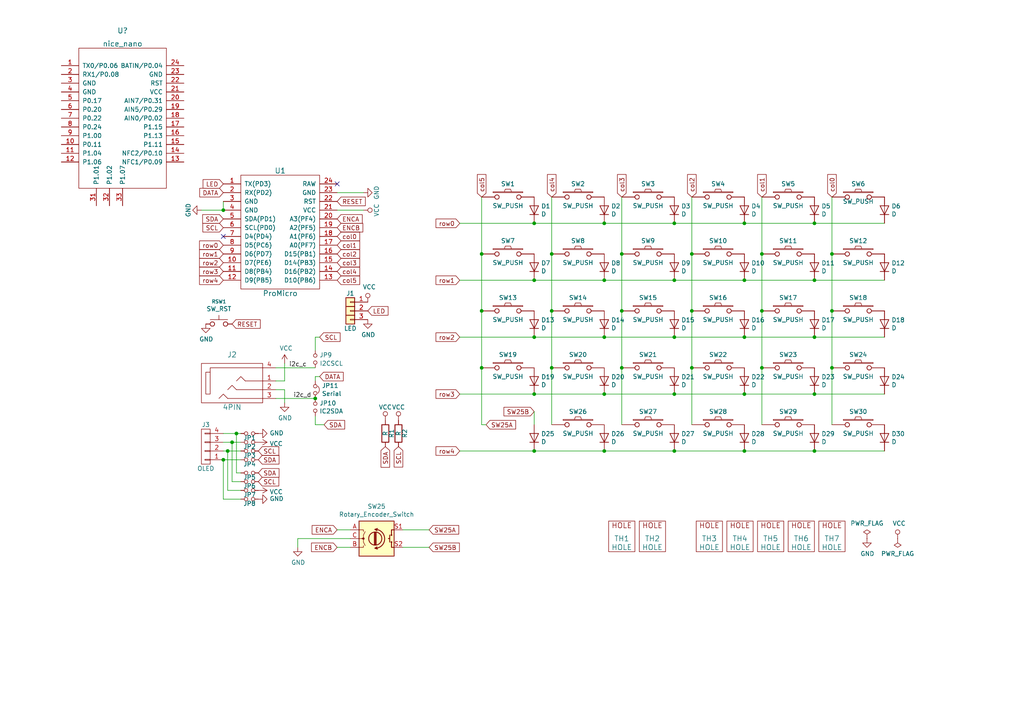
<source format=kicad_sch>
(kicad_sch (version 20211123) (generator eeschema)
  (paper "A4")
  (lib_symbols
    (symbol "SofleKeyboard-rescue:D-Lily58-cache-Lily58_Pro-rescue" (pin_numbers hide) (pin_names (offset 1.016) hide)
      (property "Reference" "D" (at 0 2.54 0))
      (property "Value" "D-Lily58-cache-Lily58_Pro-rescue" (at 0 -2.54 0))
      (symbol "D-Lily58-cache-Lily58_Pro-rescue_1_1"
        (pin passive line (at -3.81 0 0) (length 2.54) (name "K") (number "1"))
        (pin passive line (at 3.81 0 180) (length 2.54) (name "A") (number "2"))
      )
    )
    (symbol "SofleKeyboard-rescue:GND-Lily58-cache-Lily58_Pro-rescue" (power) (pin_names (offset 0))
      (property "Value" "GND-Lily58-cache-Lily58_Pro-rescue" (at 0 -3.81 0))
      (symbol "GND-Lily58-cache-Lily58_Pro-rescue_1_1"
        (pin power_in line (at 0 0 0) (length 0) hide (name "GND") (number "1"))
      )
    )
    (symbol "SofleKeyboard-rescue:HOLE-Lily58-cache-Lily58_Pro-rescue" (pin_names (offset 1.016))
      (property "Reference" "U" (at 0 0 0))
      (property "Value" "HOLE-Lily58-cache-Lily58_Pro-rescue" (at 0 -5.08 0))
      (symbol "HOLE-Lily58-cache-Lily58_Pro-rescue_0_0"
        (text "HOLE" (at 0 3.81 0) (effects (font (size 1.524 1.524))))
      )
    )
    (symbol "SofleKeyboard-rescue:Jumper_NC_Small-Device" (pin_numbers hide) (pin_names (offset 0.762) hide)
      (property "Reference" "JP" (at 0 2.032 0))
      (property "Value" "Jumper_NC_Small-Device" (at 0.254 -1.524 0))
      (symbol "Jumper_NC_Small-Device_0_1"
        (pin passive line (at -2.54 0 0) (length 1.016) (name "1") (number "1"))
        (pin passive line (at 2.54 0 180) (length 1.016) (name "2") (number "2"))
      )
    )
    (symbol "SofleKeyboard-rescue:Jumper_NO_Small-Device" (pin_numbers hide) (pin_names (offset 0.762) hide)
      (property "Reference" "JP" (at 0 2.032 0))
      (property "Value" "Jumper_NO_Small-Device" (at 0.254 -1.524 0))
      (symbol "Jumper_NO_Small-Device_0_1"
        (pin passive line (at -2.54 0 0) (length 1.016) (name "1") (number "1"))
        (pin passive line (at 2.54 0 180) (length 1.016) (name "2") (number "2"))
      )
    )
    (symbol "SofleKeyboard-rescue:LED-Lily58-cache-Lily58_Pro-rescue" (pin_names (offset 1.016) hide)
      (property "Reference" "J" (at 0 5.08 0))
      (property "Value" "LED-Lily58-cache-Lily58_Pro-rescue" (at 0 -5.08 0))
      (symbol "LED-Lily58-cache-Lily58_Pro-rescue_1_1"
        (pin passive line (at 5.08 2.54 180) (length 3.81) (name "Pin_1") (number "1"))
        (pin passive line (at 5.08 0 180) (length 3.81) (name "Pin_2") (number "2"))
        (pin passive line (at 5.08 -2.54 180) (length 3.81) (name "Pin_3") (number "3"))
      )
    )
    (symbol "SofleKeyboard-rescue:MJ-4PP-9-Lily58-cache-Lily58_Pro-rescue" (pin_names (offset 1.016))
      (property "Reference" "J" (at -8.89 -7.62 0))
      (property "Value" "MJ-4PP-9-Lily58-cache-Lily58_Pro-rescue" (at -3.81 6.35 0))
      (symbol "MJ-4PP-9-Lily58-cache-Lily58_Pro-rescue_1_1"
        (pin passive line (at 11.43 0 180) (length 3.81) (name "~") (number "1"))
        (pin passive line (at 11.43 -2.54 180) (length 3.81) (name "~") (number "2"))
        (pin passive line (at 11.43 -5.08 180) (length 3.81) (name "~") (number "3"))
        (pin passive line (at 11.43 3.81 180) (length 3.81) (name "~") (number "4"))
      )
    )
    (symbol "SofleKeyboard-rescue:OLED-Lily58-cache-Lily58_Pro-rescue" (pin_names (offset 1.016) hide)
      (property "Reference" "J" (at 0 6.35 0))
      (property "Value" "OLED-Lily58-cache-Lily58_Pro-rescue" (at 2.54 0 90))
      (symbol "OLED-Lily58-cache-Lily58_Pro-rescue_1_1"
        (pin passive line (at -5.08 3.81 0) (length 3.81) (name "P1") (number "1"))
        (pin passive line (at -5.08 1.27 0) (length 3.81) (name "P2") (number "2"))
        (pin passive line (at -5.08 -1.27 0) (length 3.81) (name "P3") (number "3"))
        (pin passive line (at -5.08 -3.81 0) (length 3.81) (name "P4") (number "4"))
      )
    )
    (symbol "SofleKeyboard-rescue:PWR_FLAG-Lily58-cache-Lily58_Pro-rescue" (power) (pin_numbers hide) (pin_names (offset 0) hide)
      (property "Value" "PWR_FLAG-Lily58-cache-Lily58_Pro-rescue" (at 0 3.81 0))
      (symbol "PWR_FLAG-Lily58-cache-Lily58_Pro-rescue_0_0"
        (pin power_out line (at 0 0 90) (length 0) (name "pwr") (number "1"))
      )
    )
    (symbol "SofleKeyboard-rescue:ProMicro_2-Lily58-cache-Lily58_Pro-rescue" (pin_names (offset 1.016))
      (property "Reference" "U" (at 0 17.78 0))
      (property "Value" "ProMicro_2-Lily58-cache-Lily58_Pro-rescue" (at 0 -17.78 0))
      (symbol "ProMicro_2-Lily58-cache-Lily58_Pro-rescue_1_1"
        (pin input line (at -16.51 13.97 0) (length 5.08) (name "TX(PD3)") (number "1"))
        (pin input line (at -16.51 -8.89 0) (length 5.08) (name "D7(PE6)") (number "10"))
        (pin input line (at -16.51 -11.43 0) (length 5.08) (name "D8(PB4)") (number "11"))
        (pin input line (at -16.51 -13.97 0) (length 5.08) (name "D9(PB5)") (number "12"))
        (pin input line (at 16.51 -13.97 180) (length 5.08) (name "D10(PB6)") (number "13"))
        (pin input line (at 16.51 -11.43 180) (length 5.08) (name "D16(PB2)") (number "14"))
        (pin input line (at 16.51 -8.89 180) (length 5.08) (name "D14(PB3)") (number "15"))
        (pin input line (at 16.51 -6.35 180) (length 5.08) (name "D15(PB1)") (number "16"))
        (pin input line (at 16.51 -3.81 180) (length 5.08) (name "A0(PF7)") (number "17"))
        (pin input line (at 16.51 -1.27 180) (length 5.08) (name "A1(PF6)") (number "18"))
        (pin input line (at 16.51 1.27 180) (length 5.08) (name "A2(PF5)") (number "19"))
        (pin input line (at -16.51 11.43 0) (length 5.08) (name "RX(PD2)") (number "2"))
        (pin input line (at 16.51 3.81 180) (length 5.08) (name "A3(PF4)") (number "20"))
        (pin input line (at 16.51 6.35 180) (length 5.08) (name "VCC") (number "21"))
        (pin input line (at 16.51 8.89 180) (length 5.08) (name "RST") (number "22"))
        (pin input line (at 16.51 11.43 180) (length 5.08) (name "GND") (number "23"))
        (pin input line (at 16.51 13.97 180) (length 5.08) (name "RAW") (number "24"))
        (pin input line (at -16.51 8.89 0) (length 5.08) (name "GND") (number "3"))
        (pin input line (at -16.51 6.35 0) (length 5.08) (name "GND") (number "4"))
        (pin input line (at -16.51 3.81 0) (length 5.08) (name "SDA(PD1)") (number "5"))
        (pin input line (at -16.51 1.27 0) (length 5.08) (name "SCL(PD0)") (number "6"))
        (pin input line (at -16.51 -1.27 0) (length 5.08) (name "D4(PD4)") (number "7"))
        (pin input line (at -16.51 -3.81 0) (length 5.08) (name "D5(PC6)") (number "8"))
        (pin input line (at -16.51 -6.35 0) (length 5.08) (name "D6(PD7)") (number "9"))
      )
    )
    (symbol "SofleKeyboard-rescue:R-Lily58-cache-Lily58_Pro-rescue" (pin_numbers hide) (pin_names (offset 0))
      (property "Reference" "R" (at 0 0 90))
      (property "Value" "R-Lily58-cache-Lily58_Pro-rescue" (at -2.54 0 90))
      (symbol "R-Lily58-cache-Lily58_Pro-rescue_1_1"
        (pin passive line (at 0 3.81 270) (length 1.27) (name "~") (number "1"))
        (pin passive line (at 0 -3.81 90) (length 1.27) (name "~") (number "2"))
      )
    )
    (symbol "SofleKeyboard-rescue:Rotary_Encoder_Switch-Device" (pin_names (offset 0.254) hide)
      (property "Reference" "SW" (at 0 6.604 0))
      (property "Value" "Rotary_Encoder_Switch-Device" (at 0 -6.604 0))
      (symbol "Rotary_Encoder_Switch-Device_1_1"
        (pin passive line (at -7.62 2.54 0) (length 2.54) (name "A") (number "A"))
        (pin passive line (at -7.62 -2.54 0) (length 2.54) (name "B") (number "B"))
        (pin passive line (at -7.62 0 0) (length 2.54) (name "C") (number "C"))
        (pin passive line (at 7.62 2.54 180) (length 2.54) (name "S1") (number "S1"))
        (pin passive line (at 7.62 -2.54 180) (length 2.54) (name "S2") (number "S2"))
      )
    )
    (symbol "SofleKeyboard-rescue:SW_PUSH-Lily58-cache-Lily58_Pro-rescue" (pin_numbers hide) (pin_names (offset 1.016) hide)
      (property "Reference" "SW" (at 3.81 2.794 0))
      (property "Value" "SW_PUSH-Lily58-cache-Lily58_Pro-rescue" (at 0 -2.032 0))
      (symbol "SW_PUSH-Lily58-cache-Lily58_Pro-rescue_0_1"
        (pin passive inverted (at -7.62 0 0) (length 5.08) (name "1") (number "1"))
        (pin passive inverted (at 7.62 0 180) (length 5.08) (name "2") (number "2"))
      )
    )
    (symbol "SofleKeyboard-rescue:SW_RST-Lily58-cache-Lily58_Pro-rescue" (pin_numbers hide) (pin_names (offset 1.016) hide)
      (property "Reference" "RSW" (at 2.54 2.54 0))
      (property "Value" "SW_RST-Lily58-cache-Lily58_Pro-rescue" (at 0 -2.54 0))
      (symbol "SW_RST-Lily58-cache-Lily58_Pro-rescue_0_1"
        (pin passive inverted (at -3.81 0 0) (length 2.54) (name "1") (number "1"))
        (pin passive inverted (at 3.81 0 180) (length 2.54) (name "2") (number "2"))
      )
    )
    (symbol "SofleKeyboard-rescue:VCC-Lily58-cache-Lily58_Pro-rescue" (power) (pin_names (offset 0))
      (property "Value" "VCC-Lily58-cache-Lily58_Pro-rescue" (at 0 3.81 0))
      (symbol "VCC-Lily58-cache-Lily58_Pro-rescue_1_1"
        (pin power_in line (at 0 0 90) (length 0) hide (name "VCC") (number "1"))
      )
    )
    (symbol "SofleKeyboard:nice_nano" (pin_names (offset 1.016))
      (property "Reference" "U" (at 0 0 0))
      (property "Value" "nice_nano" (at 0 2.54 0))
      (symbol "nice_nano_1_1"
        (pin input line (at -17.78 13.97 0) (length 5.08) (name "TX0/P0.06") (number "1"))
        (pin input line (at -17.78 -8.89 0) (length 5.08) (name "P0.11") (number "10"))
        (pin input line (at -17.78 -11.43 0) (length 5.08) (name "P1.04") (number "11"))
        (pin input line (at -17.78 -13.97 0) (length 5.08) (name "P1.06") (number "12"))
        (pin input line (at 17.78 -13.97 180) (length 5.08) (name "NFC1/P0.09") (number "13"))
        (pin input line (at 17.78 -11.43 180) (length 5.08) (name "NFC2/P0.10") (number "14"))
        (pin input line (at 17.78 -8.89 180) (length 5.08) (name "P1.11") (number "15"))
        (pin input line (at 17.78 -6.35 180) (length 5.08) (name "P1.13") (number "16"))
        (pin input line (at 17.78 -3.81 180) (length 5.08) (name "P1.15") (number "17"))
        (pin input line (at 17.78 -1.27 180) (length 5.08) (name "AIN0/P0.02") (number "18"))
        (pin input line (at 17.78 1.27 180) (length 5.08) (name "AIN5/P0.29") (number "19"))
        (pin input line (at -17.78 11.43 0) (length 5.08) (name "RX1/P0.08") (number "2"))
        (pin input line (at 17.78 3.81 180) (length 5.08) (name "AIN7/P0.31") (number "20"))
        (pin input line (at 17.78 6.35 180) (length 5.08) (name "VCC") (number "21"))
        (pin input line (at 17.78 8.89 180) (length 5.08) (name "RST") (number "22"))
        (pin input line (at 17.78 11.43 180) (length 5.08) (name "GND") (number "23"))
        (pin input line (at 17.78 13.97 180) (length 5.08) (name "BATIN/P0.04") (number "24"))
        (pin input line (at -17.78 8.89 0) (length 5.08) (name "GND") (number "3"))
        (pin input line (at -7.62 -26.67 90) (length 5.08) (name "P1.01") (number "31"))
        (pin input line (at -3.81 -26.67 90) (length 5.08) (name "P1.02") (number "32"))
        (pin input line (at 0 -26.67 90) (length 5.08) (name "P1.07") (number "33"))
        (pin input line (at -17.78 6.35 0) (length 5.08) (name "GND") (number "4"))
        (pin input line (at -17.78 3.81 0) (length 5.08) (name "P0.17") (number "5"))
        (pin input line (at -17.78 1.27 0) (length 5.08) (name "P0.20") (number "6"))
        (pin input line (at -17.78 -1.27 0) (length 5.08) (name "P0.22") (number "7"))
        (pin input line (at -17.78 -3.81 0) (length 5.08) (name "P0.24") (number "8"))
        (pin input line (at -17.78 -6.35 0) (length 5.08) (name "P1.00") (number "9"))
      )
    )
    (symbol "power:GND" (power) (pin_names (offset 0))
      (property "Value" "GND" (at 0 -3.81 0))
      (symbol "GND_1_1"
        (pin power_in line (at 0 0 270) (length 0) hide (name "GND") (number "1"))
      )
    )
    (symbol "power:VCC" (power) (pin_names (offset 0))
      (property "Value" "VCC" (at 0 3.81 0))
      (symbol "VCC_1_1"
        (pin power_in line (at 0 0 90) (length 0) hide (name "VCC") (number "1"))
      )
    )
  )
  (junction (at 236.22 64.77))
  (junction (at 180.34 106.68))
  (junction (at 175.26 81.28))
  (junction (at 200.66 73.66))
  (junction (at 236.22 114.3))
  (junction (at 154.94 114.3))
  (junction (at 175.26 114.3))
  (junction (at 180.34 73.66))
  (junction (at 175.26 97.79))
  (junction (at 195.58 81.28))
  (junction (at 215.9 130.81))
  (junction (at 154.94 97.79))
  (junction (at 220.98 106.68))
  (junction (at 195.58 130.81))
  (junction (at 220.98 90.17))
  (junction (at 139.7 90.17))
  (junction (at 215.9 64.77))
  (junction (at 220.98 73.66))
  (junction (at 195.58 114.3))
  (junction (at 241.3 73.66))
  (junction (at 66.04 130.81))
  (junction (at 160.02 106.68))
  (junction (at 180.34 90.17))
  (junction (at 91.44 115.57))
  (junction (at 139.7 106.68))
  (junction (at 64.77 60.96))
  (junction (at 64.77 133.35))
  (junction (at 215.9 81.28))
  (junction (at 200.66 90.17))
  (junction (at 154.94 130.81))
  (junction (at 241.3 106.68))
  (junction (at 236.22 81.28))
  (junction (at 195.58 64.77))
  (junction (at 195.58 97.79))
  (junction (at 67.31 128.27))
  (junction (at 68.58 125.73))
  (junction (at 154.94 64.77))
  (junction (at 154.94 81.28))
  (junction (at 215.9 114.3))
  (junction (at 236.22 97.79))
  (junction (at 236.22 130.81))
  (junction (at 200.66 106.68))
  (junction (at 175.26 64.77))
  (junction (at 241.3 90.17))
  (junction (at 139.7 73.66))
  (junction (at 175.26 130.81))
  (junction (at 160.02 90.17))
  (junction (at 160.02 73.66))
  (junction (at 215.9 97.79))
  (no_connect (at 64.77 68.58))
  (no_connect (at 97.79 53.34))
  (wire (pts (xy 116.84 158.75) (xy 124.46 158.75)))
  (wire (pts (xy 66.04 130.81) (xy 69.85 130.81)))
  (wire (pts (xy 64.77 130.81) (xy 66.04 130.81)))
  (wire (pts (xy 195.58 130.81) (xy 215.9 130.81)))
  (wire (pts (xy 180.34 73.66) (xy 180.34 90.17)))
  (wire (pts (xy 175.26 114.3) (xy 154.94 114.3)))
  (wire (pts (xy 116.84 153.67) (xy 124.46 153.67)))
  (wire (pts (xy 91.44 123.19) (xy 93.98 123.19)))
  (wire (pts (xy 215.9 97.79) (xy 236.22 97.79)))
  (wire (pts (xy 139.7 57.15) (xy 139.7 73.66)))
  (wire (pts (xy 236.22 114.3) (xy 256.54 114.3)))
  (wire (pts (xy 64.77 60.96) (xy 58.42 60.96)))
  (wire (pts (xy 175.26 130.81) (xy 195.58 130.81)))
  (wire (pts (xy 101.6 156.21) (xy 86.36 156.21)))
  (wire (pts (xy 215.9 130.81) (xy 236.22 130.81)))
  (wire (pts (xy 80.01 106.68) (xy 91.44 106.68)))
  (wire (pts (xy 139.7 106.68) (xy 139.7 123.19)))
  (wire (pts (xy 160.02 106.68) (xy 160.02 123.19)))
  (wire (pts (xy 64.77 144.78) (xy 69.85 144.78)))
  (wire (pts (xy 97.79 158.75) (xy 101.6 158.75)))
  (wire (pts (xy 67.31 128.27) (xy 69.85 128.27)))
  (wire (pts (xy 139.7 90.17) (xy 139.7 106.68)))
  (wire (pts (xy 154.94 64.77) (xy 133.35 64.77)))
  (wire (pts (xy 97.79 55.88) (xy 105.41 55.88)))
  (wire (pts (xy 82.55 113.03) (xy 82.55 116.84)))
  (wire (pts (xy 68.58 125.73) (xy 69.85 125.73)))
  (wire (pts (xy 64.77 133.35) (xy 64.77 144.78)))
  (wire (pts (xy 82.55 110.49) (xy 80.01 110.49)))
  (wire (pts (xy 195.58 64.77) (xy 215.9 64.77)))
  (wire (pts (xy 175.26 64.77) (xy 195.58 64.77)))
  (wire (pts (xy 215.9 114.3) (xy 236.22 114.3)))
  (wire (pts (xy 220.98 106.68) (xy 220.98 90.17)))
  (wire (pts (xy 64.77 128.27) (xy 67.31 128.27)))
  (wire (pts (xy 175.26 64.77) (xy 154.94 64.77)))
  (wire (pts (xy 180.34 57.15) (xy 180.34 73.66)))
  (wire (pts (xy 236.22 97.79) (xy 256.54 97.79)))
  (wire (pts (xy 133.35 130.81) (xy 154.94 130.81)))
  (wire (pts (xy 86.36 156.21) (xy 86.36 158.75)))
  (wire (pts (xy 195.58 81.28) (xy 215.9 81.28)))
  (wire (pts (xy 195.58 97.79) (xy 215.9 97.79)))
  (wire (pts (xy 67.31 139.7) (xy 69.85 139.7)))
  (wire (pts (xy 80.01 115.57) (xy 91.44 115.57)))
  (wire (pts (xy 64.77 58.42) (xy 64.77 60.96)))
  (wire (pts (xy 175.26 81.28) (xy 154.94 81.28)))
  (wire (pts (xy 175.26 81.28) (xy 195.58 81.28)))
  (wire (pts (xy 154.94 119.38) (xy 154.94 123.19)))
  (wire (pts (xy 180.34 90.17) (xy 180.34 106.68)))
  (wire (pts (xy 91.44 110.49) (xy 91.44 109.22)))
  (wire (pts (xy 154.94 81.28) (xy 133.35 81.28)))
  (wire (pts (xy 66.04 130.81) (xy 66.04 142.24)))
  (wire (pts (xy 195.58 114.3) (xy 215.9 114.3)))
  (wire (pts (xy 241.3 73.66) (xy 241.3 57.15)))
  (wire (pts (xy 68.58 137.16) (xy 69.85 137.16)))
  (wire (pts (xy 80.01 113.03) (xy 82.55 113.03)))
  (wire (pts (xy 68.58 125.73) (xy 68.58 137.16)))
  (wire (pts (xy 160.02 90.17) (xy 160.02 106.68)))
  (wire (pts (xy 82.55 105.41) (xy 82.55 110.49)))
  (wire (pts (xy 215.9 81.28) (xy 236.22 81.28)))
  (wire (pts (xy 66.04 142.24) (xy 69.85 142.24)))
  (wire (pts (xy 69.85 133.35) (xy 64.77 133.35)))
  (wire (pts (xy 91.44 97.79) (xy 92.71 97.79)))
  (wire (pts (xy 200.66 90.17) (xy 200.66 106.68)))
  (wire (pts (xy 91.44 109.22) (xy 92.71 109.22)))
  (wire (pts (xy 236.22 64.77) (xy 256.54 64.77)))
  (wire (pts (xy 241.3 106.68) (xy 241.3 123.19)))
  (wire (pts (xy 67.31 128.27) (xy 67.31 139.7)))
  (wire (pts (xy 236.22 130.81) (xy 256.54 130.81)))
  (wire (pts (xy 91.44 120.65) (xy 91.44 123.19)))
  (wire (pts (xy 139.7 73.66) (xy 139.7 90.17)))
  (wire (pts (xy 220.98 57.15) (xy 220.98 73.66)))
  (wire (pts (xy 154.94 130.81) (xy 175.26 130.81)))
  (wire (pts (xy 220.98 73.66) (xy 220.98 90.17)))
  (wire (pts (xy 91.44 97.79) (xy 91.44 101.6)))
  (wire (pts (xy 236.22 64.77) (xy 215.9 64.77)))
  (wire (pts (xy 180.34 106.68) (xy 180.34 123.19)))
  (wire (pts (xy 241.3 90.17) (xy 241.3 73.66)))
  (wire (pts (xy 64.77 125.73) (xy 68.58 125.73)))
  (wire (pts (xy 97.79 153.67) (xy 101.6 153.67)))
  (wire (pts (xy 154.94 114.3) (xy 133.35 114.3)))
  (wire (pts (xy 160.02 57.15) (xy 160.02 73.66)))
  (wire (pts (xy 97.79 60.96) (xy 105.41 60.96)))
  (wire (pts (xy 241.3 90.17) (xy 241.3 106.68)))
  (wire (pts (xy 175.26 97.79) (xy 154.94 97.79)))
  (wire (pts (xy 175.26 114.3) (xy 195.58 114.3)))
  (wire (pts (xy 200.66 73.66) (xy 200.66 90.17)))
  (wire (pts (xy 139.7 123.19) (xy 140.97 123.19)))
  (wire (pts (xy 160.02 73.66) (xy 160.02 90.17)))
  (wire (pts (xy 154.94 97.79) (xy 133.35 97.79)))
  (wire (pts (xy 175.26 97.79) (xy 195.58 97.79)))
  (wire (pts (xy 200.66 106.68) (xy 200.66 123.19)))
  (wire (pts (xy 220.98 106.68) (xy 220.98 123.19)))
  (wire (pts (xy 200.66 57.15) (xy 200.66 73.66)))
  (wire (pts (xy 236.22 81.28) (xy 256.54 81.28)))
  (label "i2c_c" (at 83.82 106.68 0))
  (label "i2c_d" (at 85.09 115.57 0))
  (global_label "col0" (shape input) (at 97.79 68.58 0) (property "Intersheet References" "${INTERSHEET_REFS}" (effects hide)))
  (global_label "SW25B" (shape input) (at 154.94 119.38 180) (property "Intersheet References" "${INTERSHEET_REFS}" (effects hide)))
  (global_label "col5" (shape input) (at 139.7 57.15 90) (property "Intersheet References" "${INTERSHEET_REFS}" (effects hide)))
  (global_label "SDA" (shape input) (at 111.76 129.54 270) (property "Intersheet References" "${INTERSHEET_REFS}" (effects hide)))
  (global_label "row4" (shape input) (at 133.35 130.81 180) (property "Intersheet References" "${INTERSHEET_REFS}" (effects hide)))
  (global_label "row0" (shape input) (at 64.77 71.12 180) (property "Intersheet References" "${INTERSHEET_REFS}" (effects hide)))
  (global_label "col2" (shape input) (at 97.79 73.66 0) (property "Intersheet References" "${INTERSHEET_REFS}" (effects hide)))
  (global_label "DATA" (shape input) (at 92.71 109.22 0) (property "Intersheet References" "${INTERSHEET_REFS}" (effects hide)))
  (global_label "SDA" (shape input) (at 74.93 137.16 0) (property "Intersheet References" "${INTERSHEET_REFS}" (effects hide)))
  (global_label "col5" (shape input) (at 97.79 81.28 0) (property "Intersheet References" "${INTERSHEET_REFS}" (effects hide)))
  (global_label "col3" (shape input) (at 97.79 76.2 0) (property "Intersheet References" "${INTERSHEET_REFS}" (effects hide)))
  (global_label "row3" (shape input) (at 133.35 114.3 180) (property "Intersheet References" "${INTERSHEET_REFS}" (effects hide)))
  (global_label "col0" (shape input) (at 241.3 57.15 90) (property "Intersheet References" "${INTERSHEET_REFS}" (effects hide)))
  (global_label "SDA" (shape input) (at 93.98 123.19 0) (property "Intersheet References" "${INTERSHEET_REFS}" (effects hide)))
  (global_label "row4" (shape input) (at 64.77 81.28 180) (property "Intersheet References" "${INTERSHEET_REFS}" (effects hide)))
  (global_label "ENCA" (shape input) (at 97.79 153.67 180) (property "Intersheet References" "${INTERSHEET_REFS}" (effects hide)))
  (global_label "col3" (shape input) (at 180.34 57.15 90) (property "Intersheet References" "${INTERSHEET_REFS}" (effects hide)))
  (global_label "row2" (shape input) (at 64.77 76.2 180) (property "Intersheet References" "${INTERSHEET_REFS}" (effects hide)))
  (global_label "SCL" (shape input) (at 74.93 130.81 0) (property "Intersheet References" "${INTERSHEET_REFS}" (effects hide)))
  (global_label "RESET" (shape input) (at 97.79 58.42 0) (property "Intersheet References" "${INTERSHEET_REFS}" (effects hide)))
  (global_label "SDA" (shape input) (at 64.77 63.5 180) (property "Intersheet References" "${INTERSHEET_REFS}" (effects hide)))
  (global_label "DATA" (shape input) (at 64.77 55.88 180) (property "Intersheet References" "${INTERSHEET_REFS}" (effects hide)))
  (global_label "col4" (shape input) (at 160.02 57.15 90) (property "Intersheet References" "${INTERSHEET_REFS}" (effects hide)))
  (global_label "row3" (shape input) (at 64.77 78.74 180) (property "Intersheet References" "${INTERSHEET_REFS}" (effects hide)))
  (global_label "col1" (shape input) (at 220.98 57.15 90) (property "Intersheet References" "${INTERSHEET_REFS}" (effects hide)))
  (global_label "LED" (shape input) (at 106.68 90.17 0) (property "Intersheet References" "${INTERSHEET_REFS}" (effects hide)))
  (global_label "col2" (shape input) (at 200.66 57.15 90) (property "Intersheet References" "${INTERSHEET_REFS}" (effects hide)))
  (global_label "RESET" (shape input) (at 67.31 93.98 0) (property "Intersheet References" "${INTERSHEET_REFS}" (effects hide)))
  (global_label "ENCA" (shape input) (at 97.79 63.5 0) (property "Intersheet References" "${INTERSHEET_REFS}" (effects hide)))
  (global_label "SCL" (shape input) (at 92.71 97.79 0) (property "Intersheet References" "${INTERSHEET_REFS}" (effects hide)))
  (global_label "SCL" (shape input) (at 64.77 66.04 180) (property "Intersheet References" "${INTERSHEET_REFS}" (effects hide)))
  (global_label "ENCB" (shape input) (at 97.79 66.04 0) (property "Intersheet References" "${INTERSHEET_REFS}" (effects hide)))
  (global_label "col4" (shape input) (at 97.79 78.74 0) (property "Intersheet References" "${INTERSHEET_REFS}" (effects hide)))
  (global_label "row1" (shape input) (at 64.77 73.66 180) (property "Intersheet References" "${INTERSHEET_REFS}" (effects hide)))
  (global_label "SW25A" (shape input) (at 124.46 153.67 0) (property "Intersheet References" "${INTERSHEET_REFS}" (effects hide)))
  (global_label "ENCB" (shape input) (at 97.79 158.75 180) (property "Intersheet References" "${INTERSHEET_REFS}" (effects hide)))
  (global_label "SCL" (shape input) (at 74.93 139.7 0) (property "Intersheet References" "${INTERSHEET_REFS}" (effects hide)))
  (global_label "SW25B" (shape input) (at 124.46 158.75 0) (property "Intersheet References" "${INTERSHEET_REFS}" (effects hide)))
  (global_label "row2" (shape input) (at 133.35 97.79 180) (property "Intersheet References" "${INTERSHEET_REFS}" (effects hide)))
  (global_label "SCL" (shape input) (at 115.57 129.54 270) (property "Intersheet References" "${INTERSHEET_REFS}" (effects hide)))
  (global_label "row1" (shape input) (at 133.35 81.28 180) (property "Intersheet References" "${INTERSHEET_REFS}" (effects hide)))
  (global_label "SW25A" (shape input) (at 140.97 123.19 0) (property "Intersheet References" "${INTERSHEET_REFS}" (effects hide)))
  (global_label "SDA" (shape input) (at 74.93 133.35 0) (property "Intersheet References" "${INTERSHEET_REFS}" (effects hide)))
  (global_label "LED" (shape input) (at 64.77 53.34 180) (property "Intersheet References" "${INTERSHEET_REFS}" (effects hide)))
  (global_label "col1" (shape input) (at 97.79 71.12 0) (property "Intersheet References" "${INTERSHEET_REFS}" (effects hide)))
  (global_label "row0" (shape input) (at 133.35 64.77 180) (property "Intersheet References" "${INTERSHEET_REFS}" (effects hide)))
  (symbol (lib_id "SofleKeyboard-rescue:ProMicro_2-Lily58-cache-Lily58_Pro-rescue") (at 81.28 67.31 0) (unit 1)
    (property "Reference" "U1" (at 81.28 49.53 0) (effects (font (size 1.524 1.524))))
    (property "Value" "ProMicro" (at 81.28 85.09 0) (effects (font (size 1.524 1.524))))
    (property "Footprint" "SofleKeyboard-footprint:ArduinoProMicro-ZigZag-DoubleSided" (effects hide))
  )
  (symbol (lib_id "SofleKeyboard-rescue:SW_PUSH-Lily58-cache-Lily58_Pro-rescue") (at 167.64 123.19 0) (unit 1)
    (property "Reference" "SW26" (at 167.64 119.38 0))
    (property "Value" "SW_PUSH" (at 167.64 125.73 0))
    (property "Footprint" "SofleKeyboard-footprint:CherryMX_Hotswap_1.5" (effects hide))
  )
  (symbol (lib_id "SofleKeyboard-rescue:SW_PUSH-Lily58-cache-Lily58_Pro-rescue") (at 147.32 57.15 0) (unit 1)
    (property "Reference" "SW1" (at 147.32 53.34 0))
    (property "Value" "SW_PUSH" (at 147.32 59.69 0))
    (property "Footprint" "SofleKeyboard-footprint:CherryMX_Hotswap" (effects hide))
  )
  (symbol (lib_id "SofleKeyboard-rescue:D-Lily58-cache-Lily58_Pro-rescue") (at 154.94 60.96 90) (unit 1)
    (property "Reference" "D1" (at 156.9466 59.7916 90) (effects (justify right)))
    (property "Value" "D" (at 156.9466 62.103 90) (effects (justify right)))
    (property "Footprint" "SofleKeyboard-footprint:Diode_SOD123" (effects hide))
  )
  (symbol (lib_id "SofleKeyboard-rescue:SW_PUSH-Lily58-cache-Lily58_Pro-rescue") (at 167.64 57.15 0) (unit 1)
    (property "Reference" "SW2" (at 167.64 53.34 0))
    (property "Value" "SW_PUSH" (at 167.64 59.69 0))
    (property "Footprint" "SofleKeyboard-footprint:CherryMX_Hotswap" (effects hide))
  )
  (symbol (lib_id "SofleKeyboard-rescue:D-Lily58-cache-Lily58_Pro-rescue") (at 175.26 60.96 90) (unit 1)
    (property "Reference" "D2" (at 177.2666 59.7916 90) (effects (justify right)))
    (property "Value" "D" (at 177.2666 62.103 90) (effects (justify right)))
    (property "Footprint" "SofleKeyboard-footprint:Diode_SOD123" (effects hide))
  )
  (symbol (lib_id "SofleKeyboard-rescue:SW_PUSH-Lily58-cache-Lily58_Pro-rescue") (at 187.96 57.15 0) (unit 1)
    (property "Reference" "SW3" (at 187.96 53.34 0))
    (property "Value" "SW_PUSH" (at 187.96 59.69 0))
    (property "Footprint" "SofleKeyboard-footprint:CherryMX_Hotswap" (effects hide))
  )
  (symbol (lib_id "SofleKeyboard-rescue:D-Lily58-cache-Lily58_Pro-rescue") (at 195.58 60.96 90) (unit 1)
    (property "Reference" "D3" (at 197.5866 59.7916 90) (effects (justify right)))
    (property "Value" "D" (at 197.5866 62.103 90) (effects (justify right)))
    (property "Footprint" "SofleKeyboard-footprint:Diode_SOD123" (effects hide))
  )
  (symbol (lib_id "SofleKeyboard-rescue:SW_PUSH-Lily58-cache-Lily58_Pro-rescue") (at 208.28 57.15 0) (unit 1)
    (property "Reference" "SW4" (at 208.28 53.34 0))
    (property "Value" "SW_PUSH" (at 208.28 59.69 0))
    (property "Footprint" "SofleKeyboard-footprint:CherryMX_Hotswap" (effects hide))
  )
  (symbol (lib_id "SofleKeyboard-rescue:D-Lily58-cache-Lily58_Pro-rescue") (at 215.9 60.96 90) (unit 1)
    (property "Reference" "D4" (at 217.9066 59.7916 90) (effects (justify right)))
    (property "Value" "D" (at 217.9066 62.103 90) (effects (justify right)))
    (property "Footprint" "SofleKeyboard-footprint:Diode_SOD123" (effects hide))
  )
  (symbol (lib_id "SofleKeyboard-rescue:SW_PUSH-Lily58-cache-Lily58_Pro-rescue") (at 228.6 57.15 0) (unit 1)
    (property "Reference" "SW5" (at 228.6 53.34 0))
    (property "Value" "SW_PUSH" (at 228.6 59.69 0))
    (property "Footprint" "SofleKeyboard-footprint:CherryMX_Hotswap" (effects hide))
  )
  (symbol (lib_id "SofleKeyboard-rescue:D-Lily58-cache-Lily58_Pro-rescue") (at 236.22 60.96 90) (unit 1)
    (property "Reference" "D5" (at 238.2266 59.7916 90) (effects (justify right)))
    (property "Value" "D" (at 238.2266 62.103 90) (effects (justify right)))
    (property "Footprint" "SofleKeyboard-footprint:Diode_SOD123" (effects hide))
  )
  (symbol (lib_id "SofleKeyboard-rescue:SW_PUSH-Lily58-cache-Lily58_Pro-rescue") (at 248.92 57.15 0) (unit 1)
    (property "Reference" "SW6" (at 248.92 53.34 0))
    (property "Value" "SW_PUSH" (at 248.92 58.42 0))
    (property "Footprint" "SofleKeyboard-footprint:CherryMX_Hotswap" (effects hide))
  )
  (symbol (lib_id "SofleKeyboard-rescue:D-Lily58-cache-Lily58_Pro-rescue") (at 256.54 60.96 90) (unit 1)
    (property "Reference" "D6" (at 258.5466 59.7916 90) (effects (justify right)))
    (property "Value" "D" (at 258.5466 62.103 90) (effects (justify right)))
    (property "Footprint" "SofleKeyboard-footprint:Diode_SOD123" (effects hide))
  )
  (symbol (lib_id "SofleKeyboard-rescue:SW_PUSH-Lily58-cache-Lily58_Pro-rescue") (at 167.64 73.66 0) (unit 1)
    (property "Reference" "SW8" (at 167.64 69.85 0))
    (property "Value" "SW_PUSH" (at 167.64 76.2 0))
    (property "Footprint" "SofleKeyboard-footprint:CherryMX_Hotswap" (effects hide))
  )
  (symbol (lib_id "SofleKeyboard-rescue:SW_PUSH-Lily58-cache-Lily58_Pro-rescue") (at 187.96 73.66 0) (unit 1)
    (property "Reference" "SW9" (at 187.96 69.85 0))
    (property "Value" "SW_PUSH" (at 187.96 76.2 0))
    (property "Footprint" "SofleKeyboard-footprint:CherryMX_Hotswap" (effects hide))
  )
  (symbol (lib_id "SofleKeyboard-rescue:SW_PUSH-Lily58-cache-Lily58_Pro-rescue") (at 208.28 73.66 0) (unit 1)
    (property "Reference" "SW10" (at 208.28 69.85 0))
    (property "Value" "SW_PUSH" (at 208.28 76.2 0))
    (property "Footprint" "SofleKeyboard-footprint:CherryMX_Hotswap" (effects hide))
  )
  (symbol (lib_id "SofleKeyboard-rescue:SW_PUSH-Lily58-cache-Lily58_Pro-rescue") (at 228.6 73.66 0) (unit 1)
    (property "Reference" "SW11" (at 228.6 69.85 0))
    (property "Value" "SW_PUSH" (at 228.6 76.2 0))
    (property "Footprint" "SofleKeyboard-footprint:CherryMX_Hotswap" (effects hide))
  )
  (symbol (lib_id "SofleKeyboard-rescue:SW_PUSH-Lily58-cache-Lily58_Pro-rescue") (at 248.92 73.66 0) (unit 1)
    (property "Reference" "SW12" (at 248.92 69.85 0))
    (property "Value" "SW_PUSH" (at 248.92 76.2 0))
    (property "Footprint" "SofleKeyboard-footprint:CherryMX_Hotswap" (effects hide))
  )
  (symbol (lib_id "SofleKeyboard-rescue:SW_PUSH-Lily58-cache-Lily58_Pro-rescue") (at 147.32 73.66 0) (unit 1)
    (property "Reference" "SW7" (at 147.32 69.85 0))
    (property "Value" "SW_PUSH" (at 147.32 76.2 0))
    (property "Footprint" "SofleKeyboard-footprint:CherryMX_Hotswap" (effects hide))
  )
  (symbol (lib_id "SofleKeyboard-rescue:D-Lily58-cache-Lily58_Pro-rescue") (at 154.94 77.47 90) (unit 1)
    (property "Reference" "D7" (at 156.9466 76.3016 90) (effects (justify right)))
    (property "Value" "D" (at 156.9466 78.613 90) (effects (justify right)))
    (property "Footprint" "SofleKeyboard-footprint:Diode_SOD123" (effects hide))
  )
  (symbol (lib_id "SofleKeyboard-rescue:D-Lily58-cache-Lily58_Pro-rescue") (at 175.26 77.47 90) (unit 1)
    (property "Reference" "D8" (at 177.2666 76.3016 90) (effects (justify right)))
    (property "Value" "D" (at 177.2666 78.613 90) (effects (justify right)))
    (property "Footprint" "SofleKeyboard-footprint:Diode_SOD123" (effects hide))
  )
  (symbol (lib_id "SofleKeyboard-rescue:D-Lily58-cache-Lily58_Pro-rescue") (at 195.58 77.47 90) (unit 1)
    (property "Reference" "D9" (at 197.5866 76.3016 90) (effects (justify right)))
    (property "Value" "D" (at 197.5866 78.613 90) (effects (justify right)))
    (property "Footprint" "SofleKeyboard-footprint:Diode_SOD123" (effects hide))
  )
  (symbol (lib_id "SofleKeyboard-rescue:D-Lily58-cache-Lily58_Pro-rescue") (at 215.9 77.47 90) (unit 1)
    (property "Reference" "D10" (at 217.9066 76.3016 90) (effects (justify right)))
    (property "Value" "D" (at 217.9066 78.613 90) (effects (justify right)))
    (property "Footprint" "SofleKeyboard-footprint:Diode_SOD123" (effects hide))
  )
  (symbol (lib_id "SofleKeyboard-rescue:D-Lily58-cache-Lily58_Pro-rescue") (at 236.22 77.47 90) (unit 1)
    (property "Reference" "D11" (at 238.2266 76.3016 90) (effects (justify right)))
    (property "Value" "D" (at 238.2266 78.613 90) (effects (justify right)))
    (property "Footprint" "SofleKeyboard-footprint:Diode_SOD123" (effects hide))
  )
  (symbol (lib_id "SofleKeyboard-rescue:D-Lily58-cache-Lily58_Pro-rescue") (at 256.54 77.47 90) (unit 1)
    (property "Reference" "D12" (at 258.5466 76.3016 90) (effects (justify right)))
    (property "Value" "D" (at 258.5466 78.613 90) (effects (justify right)))
    (property "Footprint" "SofleKeyboard-footprint:Diode_SOD123" (effects hide))
  )
  (symbol (lib_id "SofleKeyboard-rescue:SW_PUSH-Lily58-cache-Lily58_Pro-rescue") (at 147.32 90.17 0) (unit 1)
    (property "Reference" "SW13" (at 147.32 86.36 0))
    (property "Value" "SW_PUSH" (at 147.32 92.71 0))
    (property "Footprint" "SofleKeyboard-footprint:CherryMX_Hotswap" (effects hide))
  )
  (symbol (lib_id "SofleKeyboard-rescue:SW_PUSH-Lily58-cache-Lily58_Pro-rescue") (at 167.64 90.17 0) (unit 1)
    (property "Reference" "SW14" (at 167.64 86.36 0))
    (property "Value" "SW_PUSH" (at 167.64 92.71 0))
    (property "Footprint" "SofleKeyboard-footprint:CherryMX_Hotswap" (effects hide))
  )
  (symbol (lib_id "SofleKeyboard-rescue:SW_PUSH-Lily58-cache-Lily58_Pro-rescue") (at 187.96 90.17 0) (unit 1)
    (property "Reference" "SW15" (at 187.96 86.36 0))
    (property "Value" "SW_PUSH" (at 187.96 92.71 0))
    (property "Footprint" "SofleKeyboard-footprint:CherryMX_Hotswap" (effects hide))
  )
  (symbol (lib_id "SofleKeyboard-rescue:SW_PUSH-Lily58-cache-Lily58_Pro-rescue") (at 208.28 90.17 0) (unit 1)
    (property "Reference" "SW16" (at 208.28 86.36 0))
    (property "Value" "SW_PUSH" (at 208.28 92.71 0))
    (property "Footprint" "SofleKeyboard-footprint:CherryMX_Hotswap" (effects hide))
  )
  (symbol (lib_id "SofleKeyboard-rescue:SW_PUSH-Lily58-cache-Lily58_Pro-rescue") (at 228.6 90.17 0) (unit 1)
    (property "Reference" "SW17" (at 228.6 86.36 0))
    (property "Value" "SW_PUSH" (at 228.6 92.71 0))
    (property "Footprint" "SofleKeyboard-footprint:CherryMX_Hotswap" (effects hide))
  )
  (symbol (lib_id "SofleKeyboard-rescue:SW_PUSH-Lily58-cache-Lily58_Pro-rescue") (at 248.92 90.17 0) (unit 1)
    (property "Reference" "SW18" (at 248.92 86.36 0))
    (property "Value" "SW_PUSH" (at 248.92 92.71 0))
    (property "Footprint" "SofleKeyboard-footprint:CherryMX_Hotswap" (effects hide))
  )
  (symbol (lib_id "SofleKeyboard-rescue:D-Lily58-cache-Lily58_Pro-rescue") (at 154.94 93.98 90) (unit 1)
    (property "Reference" "D13" (at 156.9466 92.8116 90) (effects (justify right)))
    (property "Value" "D" (at 156.9466 95.123 90) (effects (justify right)))
    (property "Footprint" "SofleKeyboard-footprint:Diode_SOD123" (effects hide))
  )
  (symbol (lib_id "SofleKeyboard-rescue:D-Lily58-cache-Lily58_Pro-rescue") (at 175.26 93.98 90) (unit 1)
    (property "Reference" "D14" (at 177.2666 92.8116 90) (effects (justify right)))
    (property "Value" "D" (at 177.2666 95.123 90) (effects (justify right)))
    (property "Footprint" "SofleKeyboard-footprint:Diode_SOD123" (effects hide))
  )
  (symbol (lib_id "SofleKeyboard-rescue:D-Lily58-cache-Lily58_Pro-rescue") (at 195.58 93.98 90) (unit 1)
    (property "Reference" "D15" (at 197.5866 92.8116 90) (effects (justify right)))
    (property "Value" "D" (at 197.5866 95.123 90) (effects (justify right)))
    (property "Footprint" "SofleKeyboard-footprint:Diode_SOD123" (effects hide))
  )
  (symbol (lib_id "SofleKeyboard-rescue:D-Lily58-cache-Lily58_Pro-rescue") (at 215.9 93.98 90) (unit 1)
    (property "Reference" "D16" (at 217.9066 92.8116 90) (effects (justify right)))
    (property "Value" "D" (at 217.9066 95.123 90) (effects (justify right)))
    (property "Footprint" "SofleKeyboard-footprint:Diode_SOD123" (effects hide))
  )
  (symbol (lib_id "SofleKeyboard-rescue:D-Lily58-cache-Lily58_Pro-rescue") (at 236.22 93.98 90) (unit 1)
    (property "Reference" "D17" (at 238.2266 92.8116 90) (effects (justify right)))
    (property "Value" "D" (at 238.2266 95.123 90) (effects (justify right)))
    (property "Footprint" "SofleKeyboard-footprint:Diode_SOD123" (effects hide))
  )
  (symbol (lib_id "SofleKeyboard-rescue:D-Lily58-cache-Lily58_Pro-rescue") (at 256.54 93.98 90) (unit 1)
    (property "Reference" "D18" (at 258.5466 92.8116 90) (effects (justify right)))
    (property "Value" "D" (at 258.5466 95.123 90) (effects (justify right)))
    (property "Footprint" "SofleKeyboard-footprint:Diode_SOD123" (effects hide))
  )
  (symbol (lib_id "SofleKeyboard-rescue:SW_PUSH-Lily58-cache-Lily58_Pro-rescue") (at 187.96 106.68 0) (unit 1)
    (property "Reference" "SW21" (at 187.96 102.87 0))
    (property "Value" "SW_PUSH" (at 187.96 109.22 0))
    (property "Footprint" "SofleKeyboard-footprint:CherryMX_Hotswap" (effects hide))
  )
  (symbol (lib_id "SofleKeyboard-rescue:SW_PUSH-Lily58-cache-Lily58_Pro-rescue") (at 208.28 106.68 0) (unit 1)
    (property "Reference" "SW22" (at 208.28 102.87 0))
    (property "Value" "SW_PUSH" (at 208.28 109.22 0))
    (property "Footprint" "SofleKeyboard-footprint:CherryMX_Hotswap" (effects hide))
  )
  (symbol (lib_id "SofleKeyboard-rescue:SW_PUSH-Lily58-cache-Lily58_Pro-rescue") (at 228.6 106.68 0) (unit 1)
    (property "Reference" "SW23" (at 228.6 102.87 0))
    (property "Value" "SW_PUSH" (at 228.6 109.22 0))
    (property "Footprint" "SofleKeyboard-footprint:CherryMX_Hotswap" (effects hide))
  )
  (symbol (lib_id "SofleKeyboard-rescue:SW_PUSH-Lily58-cache-Lily58_Pro-rescue") (at 248.92 106.68 0) (unit 1)
    (property "Reference" "SW24" (at 248.92 102.87 0))
    (property "Value" "SW_PUSH" (at 248.92 109.22 0))
    (property "Footprint" "SofleKeyboard-footprint:CherryMX_Hotswap" (effects hide))
  )
  (symbol (lib_id "SofleKeyboard-rescue:SW_PUSH-Lily58-cache-Lily58_Pro-rescue") (at 167.64 106.68 0) (unit 1)
    (property "Reference" "SW20" (at 167.64 102.87 0))
    (property "Value" "SW_PUSH" (at 167.64 109.22 0))
    (property "Footprint" "SofleKeyboard-footprint:CherryMX_Hotswap" (effects hide))
  )
  (symbol (lib_id "SofleKeyboard-rescue:SW_PUSH-Lily58-cache-Lily58_Pro-rescue") (at 147.32 106.68 0) (unit 1)
    (property "Reference" "SW19" (at 147.32 102.87 0))
    (property "Value" "SW_PUSH" (at 147.32 109.22 0))
    (property "Footprint" "SofleKeyboard-footprint:CherryMX_Hotswap" (effects hide))
  )
  (symbol (lib_id "SofleKeyboard-rescue:D-Lily58-cache-Lily58_Pro-rescue") (at 154.94 110.49 90) (unit 1)
    (property "Reference" "D19" (at 156.9466 109.3216 90) (effects (justify right)))
    (property "Value" "D" (at 156.9466 111.633 90) (effects (justify right)))
    (property "Footprint" "SofleKeyboard-footprint:Diode_SOD123" (effects hide))
  )
  (symbol (lib_id "SofleKeyboard-rescue:D-Lily58-cache-Lily58_Pro-rescue") (at 175.26 110.49 90) (unit 1)
    (property "Reference" "D20" (at 177.2666 109.3216 90) (effects (justify right)))
    (property "Value" "D" (at 177.2666 111.633 90) (effects (justify right)))
    (property "Footprint" "SofleKeyboard-footprint:Diode_SOD123" (effects hide))
  )
  (symbol (lib_id "SofleKeyboard-rescue:D-Lily58-cache-Lily58_Pro-rescue") (at 195.58 110.49 90) (unit 1)
    (property "Reference" "D21" (at 197.5866 109.3216 90) (effects (justify right)))
    (property "Value" "D" (at 197.5866 111.633 90) (effects (justify right)))
    (property "Footprint" "SofleKeyboard-footprint:Diode_SOD123" (effects hide))
  )
  (symbol (lib_id "SofleKeyboard-rescue:D-Lily58-cache-Lily58_Pro-rescue") (at 215.9 110.49 90) (unit 1)
    (property "Reference" "D22" (at 217.9066 109.3216 90) (effects (justify right)))
    (property "Value" "D" (at 217.9066 111.633 90) (effects (justify right)))
    (property "Footprint" "SofleKeyboard-footprint:Diode_SOD123" (effects hide))
  )
  (symbol (lib_id "SofleKeyboard-rescue:D-Lily58-cache-Lily58_Pro-rescue") (at 236.22 110.49 90) (unit 1)
    (property "Reference" "D23" (at 238.2266 109.3216 90) (effects (justify right)))
    (property "Value" "D" (at 238.2266 111.633 90) (effects (justify right)))
    (property "Footprint" "SofleKeyboard-footprint:Diode_SOD123" (effects hide))
  )
  (symbol (lib_id "SofleKeyboard-rescue:D-Lily58-cache-Lily58_Pro-rescue") (at 256.54 110.49 90) (unit 1)
    (property "Reference" "D24" (at 258.5466 109.3216 90) (effects (justify right)))
    (property "Value" "D" (at 258.5466 111.633 90) (effects (justify right)))
    (property "Footprint" "SofleKeyboard-footprint:Diode_SOD123" (effects hide))
  )
  (symbol (lib_id "SofleKeyboard-rescue:SW_PUSH-Lily58-cache-Lily58_Pro-rescue") (at 187.96 123.19 0) (unit 1)
    (property "Reference" "SW27" (at 187.96 119.38 0))
    (property "Value" "SW_PUSH" (at 187.96 125.73 0))
    (property "Footprint" "SofleKeyboard-footprint:CherryMX_Hotswap" (effects hide))
  )
  (symbol (lib_id "SofleKeyboard-rescue:SW_PUSH-Lily58-cache-Lily58_Pro-rescue") (at 208.28 123.19 0) (unit 1)
    (property "Reference" "SW28" (at 208.28 119.38 0))
    (property "Value" "SW_PUSH" (at 208.28 125.73 0))
    (property "Footprint" "SofleKeyboard-footprint:CherryMX_Hotswap" (effects hide))
  )
  (symbol (lib_id "SofleKeyboard-rescue:SW_PUSH-Lily58-cache-Lily58_Pro-rescue") (at 228.6 123.19 0) (unit 1)
    (property "Reference" "SW29" (at 228.6 119.38 0))
    (property "Value" "SW_PUSH" (at 228.6 125.73 0))
    (property "Footprint" "SofleKeyboard-footprint:CherryMX_Hotswap" (effects hide))
  )
  (symbol (lib_id "SofleKeyboard-rescue:D-Lily58-cache-Lily58_Pro-rescue") (at 154.94 127 90) (unit 1)
    (property "Reference" "D25" (at 156.9466 125.8316 90) (effects (justify right)))
    (property "Value" "D" (at 156.9466 128.143 90) (effects (justify right)))
    (property "Footprint" "SofleKeyboard-footprint:Diode_SOD123" (effects hide))
  )
  (symbol (lib_id "SofleKeyboard-rescue:D-Lily58-cache-Lily58_Pro-rescue") (at 175.26 127 90) (unit 1)
    (property "Reference" "D26" (at 177.2666 125.8316 90) (effects (justify right)))
    (property "Value" "D" (at 177.2666 128.143 90) (effects (justify right)))
    (property "Footprint" "SofleKeyboard-footprint:Diode_SOD123" (effects hide))
  )
  (symbol (lib_id "SofleKeyboard-rescue:D-Lily58-cache-Lily58_Pro-rescue") (at 195.58 127 90) (unit 1)
    (property "Reference" "D27" (at 197.5866 125.8316 90) (effects (justify right)))
    (property "Value" "D" (at 197.5866 128.143 90) (effects (justify right)))
    (property "Footprint" "SofleKeyboard-footprint:Diode_SOD123" (effects hide))
  )
  (symbol (lib_id "SofleKeyboard-rescue:D-Lily58-cache-Lily58_Pro-rescue") (at 215.9 127 90) (unit 1)
    (property "Reference" "D28" (at 217.9066 125.8316 90) (effects (justify right)))
    (property "Value" "D" (at 217.9066 128.143 90) (effects (justify right)))
    (property "Footprint" "SofleKeyboard-footprint:Diode_SOD123" (effects hide))
  )
  (symbol (lib_id "SofleKeyboard-rescue:D-Lily58-cache-Lily58_Pro-rescue") (at 236.22 127 90) (unit 1)
    (property "Reference" "D29" (at 238.2266 125.8316 90) (effects (justify right)))
    (property "Value" "D" (at 238.2266 128.143 90) (effects (justify right)))
    (property "Footprint" "SofleKeyboard-footprint:Diode_SOD123" (effects hide))
  )
  (symbol (lib_id "SofleKeyboard-rescue:VCC-Lily58-cache-Lily58_Pro-rescue") (at 105.41 60.96 270) (unit 1)
    (property "Reference" "#PWR04" (effects hide))
    (property "Value" "VCC" (at 109.22 60.96 0))
  )
  (symbol (lib_id "SofleKeyboard-rescue:VCC-Lily58-cache-Lily58_Pro-rescue") (at 111.76 121.92 0) (unit 1)
    (property "Reference" "#PWR05" (effects hide))
    (property "Value" "VCC" (at 111.76 118.11 0))
  )
  (symbol (lib_id "SofleKeyboard-rescue:VCC-Lily58-cache-Lily58_Pro-rescue") (at 115.57 121.92 0) (unit 1)
    (property "Reference" "#PWR06" (effects hide))
    (property "Value" "VCC" (at 115.57 118.11 0))
  )
  (symbol (lib_id "SofleKeyboard-rescue:R-Lily58-cache-Lily58_Pro-rescue") (at 111.76 125.73 0) (unit 1)
    (property "Reference" "R1" (at 114.3 125.73 90) (effects (justify bottom)))
    (property "Value" "R" (at 111.76 125.73 90))
    (property "Footprint" "SofleKeyboard-footprint:R_1206_DoubleSided" (effects hide))
  )
  (symbol (lib_id "SofleKeyboard-rescue:R-Lily58-cache-Lily58_Pro-rescue") (at 115.57 125.73 0) (unit 1)
    (property "Reference" "R2" (at 118.11 125.73 90) (effects (justify bottom)))
    (property "Value" "R" (at 115.57 125.73 90))
    (property "Footprint" "SofleKeyboard-footprint:R_1206_DoubleSided" (effects hide))
  )
  (symbol (lib_id "SofleKeyboard-rescue:MJ-4PP-9-Lily58-cache-Lily58_Pro-rescue") (at 68.58 110.49 0) (unit 1)
    (property "Reference" "J2" (at 67.31 102.87 0) (effects (font (size 1.524 1.524))))
    (property "Value" "4PIN" (at 67.31 118.11 0) (effects (font (size 1.524 1.524))))
    (property "Footprint" "SofleKeyboard-footprint:MJ-4PP-9" (effects hide))
  )
  (symbol (lib_id "SofleKeyboard-rescue:LED-Lily58-cache-Lily58_Pro-rescue") (at 101.6 90.17 0) (unit 1)
    (property "Reference" "J1" (at 101.6 85.09 0))
    (property "Value" "LED" (at 101.6 95.25 0))
    (property "Footprint" "SofleKeyboard-footprint:LED" (effects hide))
  )
  (symbol (lib_id "SofleKeyboard-rescue:VCC-Lily58-cache-Lily58_Pro-rescue") (at 106.68 87.63 0) (unit 1)
    (property "Reference" "#PWR07" (effects hide))
    (property "Value" "VCC" (at 107.1118 83.2358 0))
  )
  (symbol (lib_id "SofleKeyboard-rescue:GND-Lily58-cache-Lily58_Pro-rescue") (at 106.68 92.71 0) (unit 1)
    (property "Reference" "#PWR08" (effects hide))
    (property "Value" "GND" (at 106.807 97.1042 0))
  )
  (symbol (lib_id "SofleKeyboard-rescue:GND-Lily58-cache-Lily58_Pro-rescue") (at 59.69 93.98 0) (unit 1)
    (property "Reference" "#PWR010" (effects hide))
    (property "Value" "GND" (at 59.817 98.3742 0))
  )
  (symbol (lib_id "SofleKeyboard-rescue:PWR_FLAG-Lily58-cache-Lily58_Pro-rescue") (at 251.46 156.21 0) (unit 1)
    (property "Reference" "#FLG01" (effects hide))
    (property "Value" "PWR_FLAG" (at 251.46 151.7904 0))
  )
  (symbol (lib_id "SofleKeyboard-rescue:GND-Lily58-cache-Lily58_Pro-rescue") (at 251.46 156.21 0) (unit 1)
    (property "Reference" "#PWR012" (effects hide))
    (property "Value" "GND" (at 251.587 160.6042 0))
  )
  (symbol (lib_id "SofleKeyboard-rescue:VCC-Lily58-cache-Lily58_Pro-rescue") (at 260.35 156.21 0) (unit 1)
    (property "Reference" "#PWR013" (effects hide))
    (property "Value" "VCC" (at 260.7818 151.8158 0))
  )
  (symbol (lib_id "SofleKeyboard-rescue:PWR_FLAG-Lily58-cache-Lily58_Pro-rescue") (at 260.35 156.21 180) (unit 1)
    (property "Reference" "#FLG02" (effects hide))
    (property "Value" "PWR_FLAG" (at 260.35 160.6042 0))
  )
  (symbol (lib_id "SofleKeyboard-rescue:HOLE-Lily58-cache-Lily58_Pro-rescue") (at 180.34 156.21 0) (unit 1)
    (property "Reference" "TH1" (at 180.34 156.21 0) (effects (font (size 1.524 1.524))))
    (property "Value" "HOLE" (at 180.34 158.75 0) (effects (font (size 1.524 1.524))))
    (property "Footprint" "SofleKeyboard-footprint:M2_HOLE_PCB" (effects hide))
  )
  (symbol (lib_id "SofleKeyboard-rescue:HOLE-Lily58-cache-Lily58_Pro-rescue") (at 189.23 156.21 0) (unit 1)
    (property "Reference" "TH2" (at 189.23 156.21 0) (effects (font (size 1.524 1.524))))
    (property "Value" "HOLE" (at 189.23 158.75 0) (effects (font (size 1.524 1.524))))
    (property "Footprint" "SofleKeyboard-footprint:M2_HOLE_PCB" (effects hide))
  )
  (symbol (lib_id "SofleKeyboard-rescue:HOLE-Lily58-cache-Lily58_Pro-rescue") (at 214.63 156.21 0) (unit 1)
    (property "Reference" "TH4" (at 214.63 156.21 0) (effects (font (size 1.524 1.524))))
    (property "Value" "HOLE" (at 214.63 158.75 0) (effects (font (size 1.524 1.524))))
    (property "Footprint" "SofleKeyboard-footprint:HOLE_M2_TH" (effects hide))
  )
  (symbol (lib_id "SofleKeyboard-rescue:HOLE-Lily58-cache-Lily58_Pro-rescue") (at 223.52 156.21 0) (unit 1)
    (property "Reference" "TH5" (at 223.52 156.21 0) (effects (font (size 1.524 1.524))))
    (property "Value" "HOLE" (at 223.52 158.75 0) (effects (font (size 1.524 1.524))))
    (property "Footprint" "SofleKeyboard-footprint:HOLE_M2_TH" (effects hide))
  )
  (symbol (lib_id "SofleKeyboard-rescue:HOLE-Lily58-cache-Lily58_Pro-rescue") (at 232.41 156.21 0) (unit 1)
    (property "Reference" "TH6" (at 232.41 156.21 0) (effects (font (size 1.524 1.524))))
    (property "Value" "HOLE" (at 232.41 158.75 0) (effects (font (size 1.524 1.524))))
    (property "Footprint" "SofleKeyboard-footprint:HOLE_M2_TH" (effects hide))
  )
  (symbol (lib_id "SofleKeyboard-rescue:HOLE-Lily58-cache-Lily58_Pro-rescue") (at 241.3 156.21 0) (unit 1)
    (property "Reference" "TH7" (at 241.3 156.21 0) (effects (font (size 1.524 1.524))))
    (property "Value" "HOLE" (at 241.3 158.75 0) (effects (font (size 1.524 1.524))))
    (property "Footprint" "SofleKeyboard-footprint:HOLE_M2_TH" (effects hide))
  )
  (symbol (lib_id "SofleKeyboard-rescue:HOLE-Lily58-cache-Lily58_Pro-rescue") (at 205.74 156.21 0) (unit 1)
    (property "Reference" "TH3" (at 205.74 156.21 0) (effects (font (size 1.524 1.524))))
    (property "Value" "HOLE" (at 205.74 158.75 0) (effects (font (size 1.524 1.524))))
    (property "Footprint" "SofleKeyboard-footprint:HOLE_M2_TH" (effects hide))
  )
  (symbol (lib_id "SofleKeyboard-rescue:GND-Lily58-cache-Lily58_Pro-rescue") (at 105.41 55.88 90) (unit 1)
    (property "Reference" "#PWR0101" (effects hide))
    (property "Value" "GND" (at 109.22 55.88 0))
  )
  (symbol (lib_id "SofleKeyboard-rescue:GND-Lily58-cache-Lily58_Pro-rescue") (at 58.42 60.96 270) (unit 1)
    (property "Reference" "#PWR0102" (effects hide))
    (property "Value" "GND" (at 54.61 60.96 0))
  )
  (symbol (lib_id "SofleKeyboard-rescue:SW_RST-Lily58-cache-Lily58_Pro-rescue") (at 63.5 93.98 0) (unit 1)
    (property "Reference" "RSW1" (at 63.5 87.4776 0) (effects (font (size 1.016 1.016))))
    (property "Value" "SW_RST" (at 63.5 89.5858 0))
    (property "Footprint" "SofleKeyboard-footprint:TACT_SWITCH_TVBP06" (effects hide))
  )
  (symbol (lib_id "power:GND") (at 82.55 116.84 0) (unit 1)
    (property "Reference" "#PWR02" (effects hide))
    (property "Value" "GND" (at 82.677 121.2342 0))
  )
  (symbol (lib_id "power:VCC") (at 82.55 105.41 0) (unit 1)
    (property "Reference" "#PWR01" (effects hide))
    (property "Value" "VCC" (at 82.9818 101.0158 0))
  )
  (symbol (lib_id "SofleKeyboard-rescue:OLED-Lily58-cache-Lily58_Pro-rescue") (at 59.69 129.54 180) (unit 1)
    (property "Reference" "J3" (at 59.69 123.19 0))
    (property "Value" "OLED" (at 59.69 135.89 0))
    (property "Footprint" "SofleKeyboard-footprint:OLED_4Pin" (effects hide))
  )
  (symbol (lib_id "SofleKeyboard-rescue:Jumper_NO_Small-Device") (at 72.39 125.73 0) (unit 1)
    (property "Reference" "JP1" (at 72.39 127 0))
    (property "Value" "Jumper_NO_Small" (effects hide))
    (property "Footprint" "SofleKeyboard-footprint:Jumper" (effects hide))
  )
  (symbol (lib_id "SofleKeyboard-rescue:Jumper_NO_Small-Device") (at 72.39 128.27 0) (unit 1)
    (property "Reference" "JP2" (at 72.39 129.54 0))
    (property "Value" "Jumper_NO_Small" (effects hide))
    (property "Footprint" "SofleKeyboard-footprint:Jumper" (effects hide))
  )
  (symbol (lib_id "SofleKeyboard-rescue:Jumper_NO_Small-Device") (at 72.39 130.81 0) (unit 1)
    (property "Reference" "JP3" (at 72.39 132.08 0))
    (property "Value" "Jumper_NO_Small" (effects hide))
    (property "Footprint" "SofleKeyboard-footprint:Jumper" (effects hide))
  )
  (symbol (lib_id "SofleKeyboard-rescue:Jumper_NO_Small-Device") (at 72.39 133.35 0) (unit 1)
    (property "Reference" "JP4" (at 72.39 134.62 0))
    (property "Value" "Jumper_NO_Small" (effects hide))
    (property "Footprint" "SofleKeyboard-footprint:Jumper" (effects hide))
  )
  (symbol (lib_id "SofleKeyboard-rescue:Jumper_NO_Small-Device") (at 72.39 137.16 0) (unit 1)
    (property "Reference" "JP5" (at 72.39 138.43 0))
    (property "Value" "Jumper_NO_Small" (effects hide))
    (property "Footprint" "SofleKeyboard-footprint:Jumper" (effects hide))
  )
  (symbol (lib_id "SofleKeyboard-rescue:Jumper_NO_Small-Device") (at 72.39 139.7 0) (unit 1)
    (property "Reference" "JP6" (at 72.39 140.97 0))
    (property "Value" "Jumper_NO_Small" (effects hide))
    (property "Footprint" "SofleKeyboard-footprint:Jumper" (effects hide))
  )
  (symbol (lib_id "SofleKeyboard-rescue:Jumper_NO_Small-Device") (at 72.39 142.24 0) (unit 1)
    (property "Reference" "JP7" (at 72.39 143.51 0))
    (property "Value" "Jumper_NO_Small" (effects hide))
    (property "Footprint" "SofleKeyboard-footprint:Jumper" (effects hide))
  )
  (symbol (lib_id "SofleKeyboard-rescue:Jumper_NO_Small-Device") (at 72.39 144.78 0) (unit 1)
    (property "Reference" "JP8" (at 72.39 146.05 0))
    (property "Value" "Jumper_NO_Small" (effects hide))
    (property "Footprint" "SofleKeyboard-footprint:Jumper" (effects hide))
  )
  (symbol (lib_id "power:GND") (at 74.93 125.73 90) (unit 1)
    (property "Reference" "#PWR03" (effects hide))
    (property "Value" "GND" (at 78.1812 125.603 90) (effects (justify right)))
  )
  (symbol (lib_id "power:VCC") (at 74.93 128.27 270) (unit 1)
    (property "Reference" "#PWR09" (effects hide))
    (property "Value" "VCC" (at 78.1812 128.7018 90) (effects (justify left)))
  )
  (symbol (lib_id "power:GND") (at 74.93 144.78 90) (unit 1)
    (property "Reference" "#PWR014" (effects hide))
    (property "Value" "GND" (at 78.1812 144.653 90) (effects (justify right)))
  )
  (symbol (lib_id "power:VCC") (at 74.93 142.24 270) (unit 1)
    (property "Reference" "#PWR011" (effects hide))
    (property "Value" "VCC" (at 78.1812 142.6718 90) (effects (justify left)))
  )
  (symbol (lib_id "SofleKeyboard-rescue:SW_PUSH-Lily58-cache-Lily58_Pro-rescue") (at 248.92 123.19 0) (unit 1)
    (property "Reference" "SW30" (at 248.92 119.38 0))
    (property "Value" "SW_PUSH" (at 248.92 125.73 0))
    (property "Footprint" "SofleKeyboard-footprint:CherryMX_Hotswap" (effects hide))
  )
  (symbol (lib_id "SofleKeyboard-rescue:D-Lily58-cache-Lily58_Pro-rescue") (at 256.54 127 90) (unit 1)
    (property "Reference" "D30" (at 258.5466 125.8316 90) (effects (justify right)))
    (property "Value" "D" (at 258.5466 128.143 90) (effects (justify right)))
    (property "Footprint" "SofleKeyboard-footprint:Diode_SOD123" (effects hide))
  )
  (symbol (lib_id "SofleKeyboard-rescue:Rotary_Encoder_Switch-Device") (at 109.22 156.21 0) (unit 1)
    (property "Reference" "SW25" (at 109.22 146.8882 0))
    (property "Value" "Rotary_Encoder_Switch" (at 109.22 149.1996 0))
    (property "Footprint" "SofleKeyboard-footprint:RotaryEncoder_Alps_EC11E-Switch_Vertical_H20mm-keebio_modified" (effects hide))
  )
  (symbol (lib_id "power:GND") (at 86.36 158.75 0) (unit 1)
    (property "Reference" "#PWR0103" (effects hide))
    (property "Value" "GND" (at 86.487 163.1442 0))
  )
  (symbol (lib_id "SofleKeyboard-rescue:Jumper_NO_Small-Device") (at 91.44 104.14 270) (unit 1)
    (property "Reference" "JP9" (at 92.6592 102.9716 90) (effects (justify left)))
    (property "Value" "I2CSCL" (at 92.71 105.41 90) (effects (justify left)))
    (property "Footprint" "Jumper:SolderJumper-2_P1.3mm_Open_TrianglePad1.0x1.5mm" (effects hide))
  )
  (symbol (lib_id "SofleKeyboard-rescue:Jumper_NO_Small-Device") (at 91.44 118.11 270) (unit 1)
    (property "Reference" "JP10" (at 92.6592 116.9416 90) (effects (justify left)))
    (property "Value" "IC2SDA" (at 92.6592 119.253 90) (effects (justify left)))
    (property "Footprint" "Jumper:SolderJumper-2_P1.3mm_Open_TrianglePad1.0x1.5mm" (effects hide))
  )
  (symbol (lib_id "SofleKeyboard-rescue:Jumper_NC_Small-Device") (at 91.44 113.03 270) (unit 1)
    (property "Reference" "JP11" (at 93.345 111.8616 90) (effects (justify left)))
    (property "Value" "Serial" (at 93.345 114.173 90) (effects (justify left)))
    (property "Footprint" "Jumper:SolderJumper-2_P1.3mm_Bridged2Bar_Pad1.0x1.5mm" (effects hide))
  )
  (symbol (lib_id "SofleKeyboard:nice_nano") (at 35.56 33.02 0) (unit 1)
    (property "Reference" "U?" (at 35.56 8.89 0) (effects (font (size 1.524 1.524))))
    (property "Value" "nice_nano" (at 35.56 12.7 0) (effects (font (size 1.524 1.524))))
  )
)
</source>
